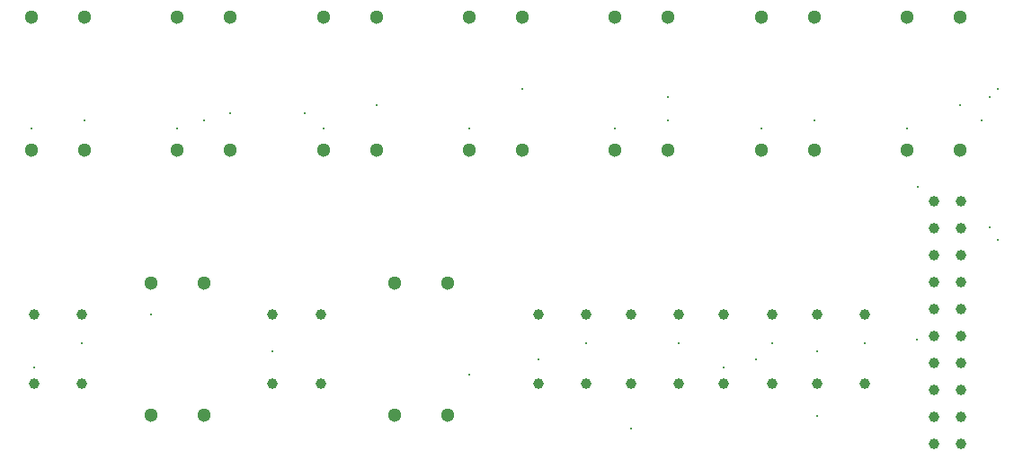
<source format=gbr>
%TF.GenerationSoftware,KiCad,Pcbnew,9.0.6*%
%TF.CreationDate,2026-01-11T11:52:46+09:00*%
%TF.ProjectId,MH01852029121Z2_MJ-HF_control,4d483031-3835-4323-9032-393132315a32,rev?*%
%TF.SameCoordinates,Original*%
%TF.FileFunction,Plated,1,2,PTH,Drill*%
%TF.FilePolarity,Positive*%
%FSLAX46Y46*%
G04 Gerber Fmt 4.6, Leading zero omitted, Abs format (unit mm)*
G04 Created by KiCad (PCBNEW 9.0.6) date 2026-01-11 11:52:46*
%MOMM*%
%LPD*%
G01*
G04 APERTURE LIST*
%TA.AperFunction,ViaDrill*%
%ADD10C,0.300000*%
%TD*%
%TA.AperFunction,ComponentDrill*%
%ADD11C,1.000000*%
%TD*%
%TA.AperFunction,ComponentDrill*%
%ADD12C,1.300000*%
%TD*%
G04 APERTURE END LIST*
D10*
X52500000Y-49250000D03*
X52750000Y-71750000D03*
X57250000Y-69469000D03*
X57500000Y-48500000D03*
X63750000Y-66750000D03*
X66250000Y-49250000D03*
X68750000Y-48500000D03*
X71250000Y-47750000D03*
X75250000Y-70231000D03*
X78250000Y-47750000D03*
X80000000Y-49250000D03*
X85000000Y-47000000D03*
X93750000Y-49250000D03*
X93750000Y-72450000D03*
X98750000Y-45500000D03*
X100250000Y-70993000D03*
X104750000Y-69469000D03*
X107500000Y-49250000D03*
X109000000Y-77500000D03*
X112500000Y-46250000D03*
X112500000Y-48500000D03*
X113500000Y-69469000D03*
X117750000Y-71755000D03*
X120777000Y-70993000D03*
X121250000Y-49250000D03*
X122250000Y-69469000D03*
X126250000Y-48500000D03*
X126500000Y-70231000D03*
X126500000Y-76300000D03*
X131000000Y-69469000D03*
X135000000Y-49250000D03*
X135953500Y-69151500D03*
X136000000Y-54750000D03*
X140000000Y-47000000D03*
X142000000Y-48500000D03*
X142750000Y-46250000D03*
X142750000Y-58500000D03*
X143500000Y-45500000D03*
X143500000Y-59750000D03*
D11*
%TO.C,SW15*%
X52750000Y-66750000D03*
X52750000Y-73250000D03*
X57250000Y-66750000D03*
X57250000Y-73250000D03*
%TO.C,SW17*%
X75250000Y-66750000D03*
X75250000Y-73250000D03*
X79750000Y-66750000D03*
X79750000Y-73250000D03*
%TO.C,SW18*%
X100250000Y-66750000D03*
X100250000Y-73250000D03*
X104750000Y-66750000D03*
X104750000Y-73250000D03*
%TO.C,SW19*%
X109000000Y-66750000D03*
X109000000Y-73250000D03*
X113500000Y-66750000D03*
X113500000Y-73250000D03*
%TO.C,SW20*%
X117750000Y-66750000D03*
X117750000Y-73250000D03*
X122250000Y-66750000D03*
X122250000Y-73250000D03*
%TO.C,SW21*%
X126500000Y-66750000D03*
X126500000Y-73250000D03*
X131000000Y-66750000D03*
X131000000Y-73250000D03*
%TO.C,J2*%
X137500000Y-56070000D03*
X137500000Y-58610000D03*
X137500000Y-61150000D03*
X137500000Y-63690000D03*
X137500000Y-66230000D03*
X137500000Y-68770000D03*
X137500000Y-71310000D03*
X137500000Y-73850000D03*
X137500000Y-76390000D03*
X137500000Y-78930000D03*
X140040000Y-56070000D03*
X140040000Y-58610000D03*
X140040000Y-61150000D03*
X140040000Y-63690000D03*
X140040000Y-66230000D03*
X140040000Y-68770000D03*
X140040000Y-71310000D03*
X140040000Y-73850000D03*
X140040000Y-76390000D03*
X140040000Y-78930000D03*
D12*
%TO.C,SW1*%
X52500000Y-38750000D03*
X52500000Y-51250000D03*
X57500000Y-38750000D03*
X57500000Y-51250000D03*
%TO.C,SW16*%
X63750000Y-63750000D03*
X63750000Y-76250000D03*
%TO.C,SW2*%
X66250000Y-38750000D03*
X66250000Y-51250000D03*
%TO.C,SW16*%
X68750000Y-63750000D03*
X68750000Y-76250000D03*
%TO.C,SW2*%
X71250000Y-38750000D03*
X71250000Y-51250000D03*
%TO.C,SW3*%
X80000000Y-38750000D03*
X80000000Y-51250000D03*
X85000000Y-38750000D03*
X85000000Y-51250000D03*
%TO.C,SW28*%
X86750000Y-63750000D03*
X86750000Y-76250000D03*
X91750000Y-63750000D03*
X91750000Y-76250000D03*
%TO.C,SW4*%
X93750000Y-38750000D03*
X93750000Y-51250000D03*
X98750000Y-38750000D03*
X98750000Y-51250000D03*
%TO.C,SW5*%
X107500000Y-38750000D03*
X107500000Y-51250000D03*
X112500000Y-38750000D03*
X112500000Y-51250000D03*
%TO.C,SW6*%
X121250000Y-38750000D03*
X121250000Y-51250000D03*
X126250000Y-38750000D03*
X126250000Y-51250000D03*
%TO.C,SW7*%
X135000000Y-38750000D03*
X135000000Y-51250000D03*
X140000000Y-38750000D03*
X140000000Y-51250000D03*
M02*

</source>
